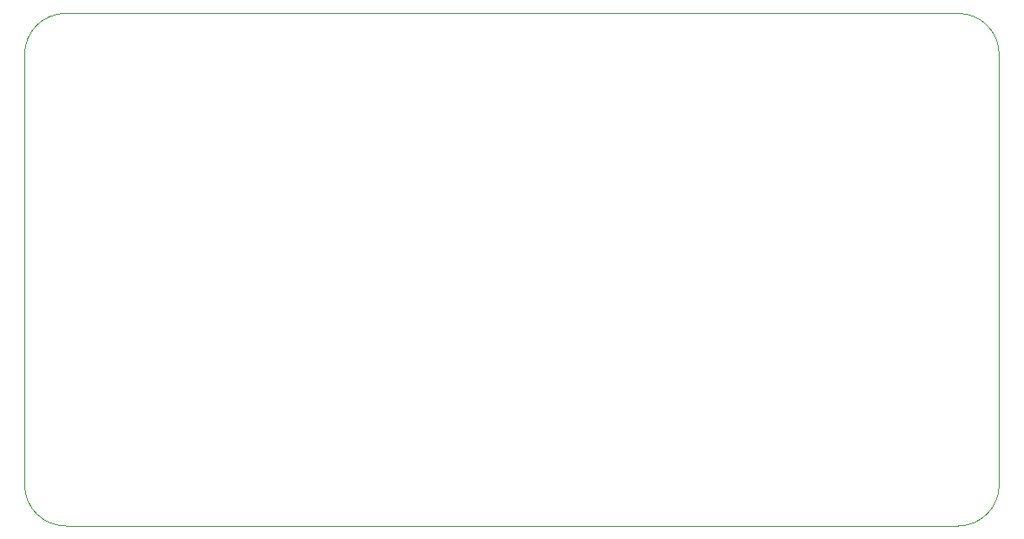
<source format=gbr>
G04 #@! TF.GenerationSoftware,KiCad,Pcbnew,(5.1.6)-1*
G04 #@! TF.CreationDate,2020-10-27T15:13:45-03:00*
G04 #@! TF.ProjectId,HMIconSTM32,484d4963-6f6e-4535-944d-33322e6b6963,v1.0*
G04 #@! TF.SameCoordinates,Original*
G04 #@! TF.FileFunction,Profile,NP*
%FSLAX46Y46*%
G04 Gerber Fmt 4.6, Leading zero omitted, Abs format (unit mm)*
G04 Created by KiCad (PCBNEW (5.1.6)-1) date 2020-10-27 15:13:45*
%MOMM*%
%LPD*%
G01*
G04 APERTURE LIST*
G04 #@! TA.AperFunction,Profile*
%ADD10C,0.050000*%
G04 #@! TD*
G04 APERTURE END LIST*
D10*
X165000000Y-54000000D02*
X165000000Y-96000000D01*
X70000000Y-54000000D02*
G75*
G02*
X74000000Y-50000000I4000000J0D01*
G01*
X74000000Y-100000000D02*
G75*
G02*
X70000000Y-96000000I0J4000000D01*
G01*
X161000000Y-100000000D02*
X74000000Y-100000000D01*
X74000000Y-50000000D02*
X161000000Y-50000000D01*
X161000000Y-50000000D02*
G75*
G02*
X165000000Y-54000000I0J-4000000D01*
G01*
X165000000Y-96000000D02*
G75*
G02*
X161000000Y-100000000I-4000000J0D01*
G01*
X70000000Y-96000000D02*
X70000000Y-54000000D01*
M02*

</source>
